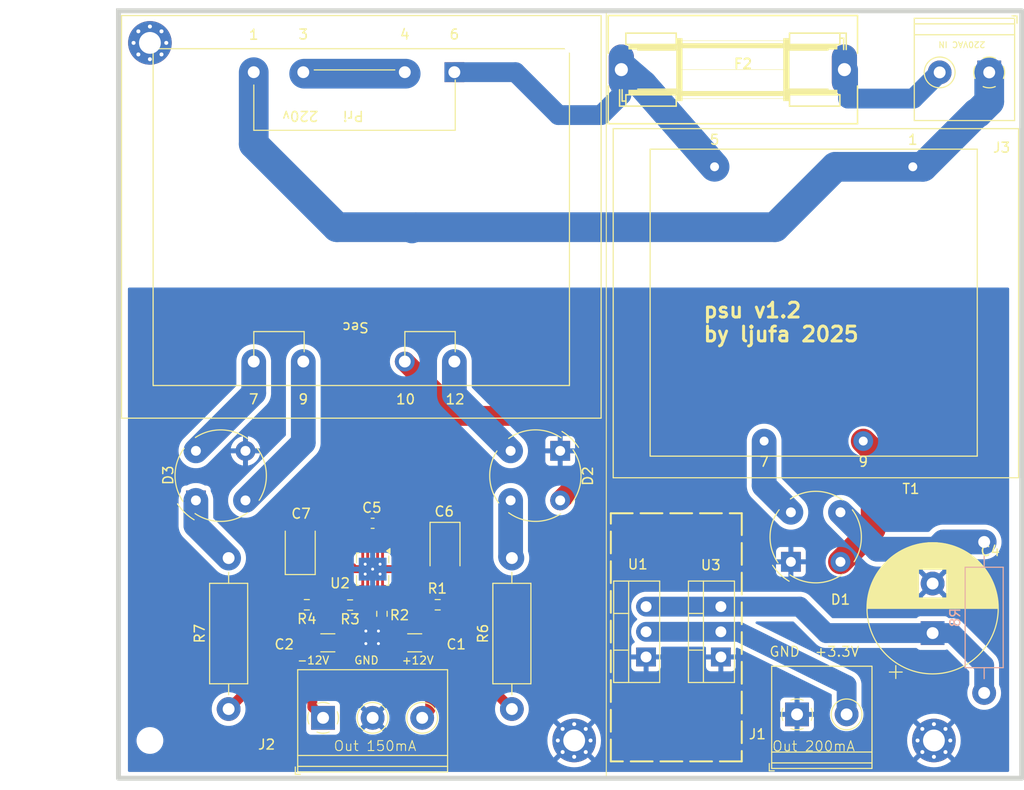
<source format=kicad_pcb>
(kicad_pcb (version 20240108) (generator "pcbnew") (generator_version "8.0")
  (layers (0 "F.Cu" signal) (31 "B.Cu" signal) (34 "B.Paste" user) (35 "F.Paste" user) (36 "B.SilkS" user "B.Silkscreen") (37 "F.SilkS" user "F.Silkscreen") (38 "B.Mask" user) (39 "F.Mask" user) (44 "Edge.Cuts" user))
  (net 0 "")
  (net 1 "GND")
  (net 2 "/+12V")
  (net 3 "/-12V")
  (net 4 "Net-(U1-VI)")
  (net 5 "Net-(D1-+)")
  (net 6 "Net-(U2-NR{slash}SS)")
  (net 7 "Net-(U2-EN)")
  (net 8 "Net-(D3--)")
  (net 9 "Net-(T1-SA)")
  (net 10 "Net-(D2-+)")
  (net 11 "Net-(D2-Pad2)")
  (net 12 "Net-(D2-Pad3)")
  (net 13 "Net-(D3-Pad2)")
  (net 14 "Net-(T1-SB)")
  (net 15 "/+3.3V")
  (net 16 "Net-(J3-Pin_1)")
  (net 17 "Net-(J3-Pin_2)")
  (net 18 "Net-(U2-FBP)")
  (net 19 "Net-(U2-BUF)")
  (net 20 "Net-(U2-FBN)")
  (net 21 "Net-(T2-Pad3)")
  (net 22 "Net-(U2-INN)")
  (net 23 "Net-(T1-AB)")
  (net 24 "Net-(D3-Pad3)")
  (footprint "Capacitor_SMD:C_1206_3216Metric_Pad1.33x1.80mm_HandSolder" (layer "F.Cu") (at 102.7176 91.74 180)
    (property "Reference" "C2" (at 4.398 -0.1572 0) (layer "F.SilkS"))
    (property "Value" "Value=22uF")
    (pad "1" smd roundrect (at -1.5625 0 180) (size 1.325 1.8) (layers "F.Cu" "F.Paste" "F.Mask") (roundrect_rratio 0.188679) (net 1 "GND"))
    (pad "2" smd roundrect (at 1.5625 0 180) (size 1.325 1.8) (layers "F.Cu" "F.Paste" "F.Mask") (roundrect_rratio 0.188679) (net 3 "/-12V"))
  )
  (footprint "MountingHole:MountingHole_2.2mm_M2" (layer "F.Cu") (at 84.77 101.6)
    (property "Reference" "H3" (hide yes))
    (property "Value" "MountingHole")
    (pad "" np_thru_hole circle (at 0 0) (size 2.2 2.2) (drill 2.2) (layers "*.Cu" "*.Mask"))
  )
  (footprint "MountingHole:MountingHole_2.2mm_M2_Pad_Via" (layer "F.Cu") (at 163.86 101.6)
    (property "Reference" "H1" (hide yes))
    (property "Value" "MountingHole_Pad")
    (pad "1" thru_hole circle (at -1.65 0) (size 0.7 0.7) (drill 0.4) (layers "*.Cu" "*.Mask") (net 1 "GND"))
    (pad "1" thru_hole circle (at -1.166726 -1.166726) (size 0.7 0.7) (drill 0.4) (layers "*.Cu" "*.Mask") (net 1 "GND"))
    (pad "1" thru_hole circle (at -1.166726 1.166726) (size 0.7 0.7) (drill 0.4) (layers "*.Cu" "*.Mask") (net 1 "GND"))
    (pad "1" thru_hole circle (at 0 -1.65) (size 0.7 0.7) (drill 0.4) (layers "*.Cu" "*.Mask") (net 1 "GND"))
    (pad "1" thru_hole circle (at 0 0) (size 4.4 4.4) (drill 2.2) (layers "*.Cu" "*.Mask") (net 1 "GND"))
    (pad "1" thru_hole circle (at 0 1.65) (size 0.7 0.7) (drill 0.4) (layers "*.Cu" "*.Mask") (net 1 "GND"))
    (pad "1" thru_hole circle (at 1.166726 -1.166726) (size 0.7 0.7) (drill 0.4) (layers "*.Cu" "*.Mask") (net 1 "GND"))
    (pad "1" thru_hole circle (at 1.166726 1.166726) (size 0.7 0.7) (drill 0.4) (layers "*.Cu" "*.Mask") (net 1 "GND"))
    (pad "1" thru_hole circle (at 1.65 0) (size 0.7 0.7) (drill 0.4) (layers "*.Cu" "*.Mask") (net 1 "GND"))
  )
  (footprint "MountingHole:MountingHole_2.2mm_M2_Pad_Via" (layer "F.Cu") (at 84.77 31.18)
    (property "Reference" "H4" (hide yes))
    (property "Value" "MountingHole")
    (pad "1" thru_hole circle (at -1.65 0) (size 0.7 0.7) (drill 0.4) (layers "*.Cu" "*.Mask"))
    (pad "1" thru_hole circle (at -1.166726 -1.166726) (size 0.7 0.7) (drill 0.4) (layers "*.Cu" "*.Mask"))
    (pad "1" thru_hole circle (at -1.166726 1.166726) (size 0.7 0.7) (drill 0.4) (layers "*.Cu" "*.Mask"))
    (pad "1" thru_hole circle (at 0 -1.65) (size 0.7 0.7) (drill 0.4) (layers "*.Cu" "*.Mask"))
    (pad "1" thru_hole circle (at 0 0) (size 4.4 4.4) (drill 2.2) (layers "*.Cu" "*.Mask"))
    (pad "1" thru_hole circle (at 0 1.65) (size 0.7 0.7) (drill 0.4) (layers "*.Cu" "*.Mask"))
    (pad "1" thru_hole circle (at 1.166726 -1.166726) (size 0.7 0.7) (drill 0.4) (layers "*.Cu" "*.Mask"))
    (pad "1" thru_hole circle (at 1.166726 1.166726) (size 0.7 0.7) (drill 0.4) (layers "*.Cu" "*.Mask"))
    (pad "1" thru_hole circle (at 1.65 0) (size 0.7 0.7) (drill 0.4) (layers "*.Cu" "*.Mask"))
  )
  (footprint "MyLibrary:diode_bridge_round" (layer "F.Cu") (at 89.408 77.3646 90)
    (property "Reference" "D3" (at 2.54 -2.794 90) (layer "F.SilkS"))
    (property "Value" "B80C3x00-2200A")
    (pad "1" thru_hole rect (at 0 0 90) (size 2 2) (drill 1) (layers "*.Cu" "*.Mask") (net 8 "Net-(D3--)"))
    (pad "2" thru_hole oval (at 5 0 90) (size 2 2) (drill 1) (layers "*.Cu" "*.Mask") (net 13 "Net-(D3-Pad2)"))
    (pad "3" thru_hole oval (at 0 5 90) (size 2 2) (drill 1) (layers "*.Cu" "*.Mask") (net 24 "Net-(D3-Pad3)"))
    (pad "4" thru_hole oval (at 5 5 90) (size 2 2) (drill 1) (layers "*.Cu" "*.Mask") (net 1 "GND"))
  )
  (footprint "Capacitor_SMD:C_0603_1608Metric_Pad1.08x0.95mm_HandSolder" (layer "F.Cu") (at 107.237159 79.675)
    (property "Reference" "C5" (at -0.08 -1.57 0) (layer "F.SilkS"))
    (property "Value" "Value=10nF")
    (pad "1" smd roundrect (at -0.8625 0) (size 1.075 0.95) (layers "F.Cu" "F.Paste" "F.Mask") (net 1 "GND"))
    (pad "2" smd roundrect (at 0.8625 0) (size 1.075 0.95) (layers "F.Cu" "F.Paste" "F.Mask") (net 6 "Net-(U2-NR{slash}SS)"))
  )
  (footprint "Package_TO_SOT_THT:TO-220-3_Vertical" (layer "F.Cu") (at 142.367 93.1672 90)
    (property "Reference" "U3" (at 9.271 -1.016 180) (layer "F.SilkS"))
    (property "Value" "LT3042-Breakout")
    (pad "1" thru_hole rect (at 0 0 90) (size 1.905 2) (drill 1.1) (layers "*.Cu" "*.Mask") (net 1 "GND"))
    (pad "2" thru_hole oval (at 2.54 0 90) (size 1.905 2) (drill 1.1) (layers "*.Cu" "*.Mask") (net 15 "/+3.3V"))
    (pad "3" thru_hole oval (at 5.08 0 90) (size 1.905 2) (drill 1.1) (layers "*.Cu" "*.Mask") (net 4 "Net-(U1-VI)"))
  )
  (footprint "MyLibrary:Transformer_Murata_PL10-28-130B" (layer "F.Cu") (at 105.41 50.165 180)
    (property "Reference" "T2" (hide yes))
    (property "Value" "Murata_PL10-28-130B")
    (fp_text user "Pri" (at -1.016 12.192 180) (layer "F.SilkS") (effects (justify left bottom)))
    (fp_text user "220v" (at 3.556 12.192 180) (layer "F.SilkS") (effects (justify left bottom)))
    (fp_text user "7" (at 10.1684 -16.9926 180) (layer "F.SilkS"))
    (fp_text user "6" (at -10.0716 19.8374 180) (layer "F.SilkS"))
    (fp_text user "Sec" (at -1.524 -9.144 180) (layer "F.SilkS") (effects (justify left bottom)))
    (fp_text user "10" (at -5.1516 -16.9926 180) (layer "F.SilkS"))
    (fp_text user "12" (at -10.1516 -16.9926 180) (layer "F.SilkS"))
    (fp_text user "3" (at 5.1684 19.8374 180) (layer "F.SilkS"))
    (fp_text user "4" (at -5.0716 19.8374 180) (layer "F.SilkS"))
    (fp_text user "9" (at 5.1684 -16.9926 180) (layer "F.SilkS"))
    (fp_text user "1" (at 10.1684 19.812 180) (layer "F.SilkS"))
    (pad "1" thru_hole circle (at 10.1684 16.0274 180) (size 2 2) (drill 1.2) (layers "*.Cu" "*.Mask") (net 16 "Net-(J3-Pin_1)"))
    (pad "3" thru_hole circle (at 5.1684 16.0274 180) (size 2 2) (drill 1.2) (layers "*.Cu" "*.Mask") (net 21 "Net-(T2-Pad3)"))
    (pad "4" thru_hole circle (at -5.0716 16.0274 180) (size 2 2) (drill 1.2) (layers "*.Cu" "*.Mask") (net 21 "Net-(T2-Pad3)"))
    (pad "6" thru_hole rect (at -10.0716 16.0274 180) (size 2 2) (drill 1.2) (layers "*.Cu" "*.Mask") (net 23 "Net-(T1-AB)"))
    (pad "7" thru_hole circle (at 10.1684 -13.1826 180) (size 2 2) (drill 1.2) (layers "*.Cu" "*.Mask") (net 13 "Net-(D3-Pad2)"))
    (pad "9" thru_hole circle (at 5.1684 -13.1826 180) (size 2 2) (drill 1.2) (layers "*.Cu" "*.Mask") (net 24 "Net-(D3-Pad3)"))
    (pad "10" thru_hole circle (at -5.0716 -13.1826 180) (size 2 2) (drill 1.2) (layers "*.Cu" "*.Mask") (net 11 "Net-(D2-Pad2)"))
    (pad "12" thru_hole circle (at -10.0716 -13.1826 180) (size 2 2) (drill 1.2) (layers "*.Cu" "*.Mask") (net 12 "Net-(D2-Pad3)"))
  )
  (footprint "Capacitor_Tantalum_SMD:CP_EIA-3528-21_Kemet-B_Pad1.50x2.35mm_HandSolder" (layer "F.Cu") (at 99.934672 82.215 90)
    (property "Reference" "C7" (at 3.51 0.08 0) (layer "F.SilkS"))
    (property "Value" "Value=33uF Rser=350m")
    (pad "1" smd roundrect (at -1.625 0 90) (size 1.5 2.35) (layers "F.Cu" "F.Paste" "F.Mask") (roundrect_rratio 0.166667) (net 1 "GND"))
    (pad "2" smd roundrect (at 1.625 0 90) (size 1.5 2.35) (layers "F.Cu" "F.Paste" "F.Mask") (roundrect_rratio 0.166667) (net 22 "Net-(U2-INN)"))
  )
  (footprint "Resistor_SMD:R_0603_1608Metric_Pad0.98x0.95mm_HandSolder" (layer "F.Cu") (at 108.175 88.8125 -90)
    (property "Reference" "R2" (at 0.1375 -1.775 180) (layer "F.SilkS"))
    (property "Value" "10k")
    (pad "1" smd roundrect (at -0.9125 0 270) (size 0.975 0.95) (layers "F.Cu" "F.Paste" "F.Mask") (net 18 "Net-(U2-FBP)"))
    (pad "2" smd roundrect (at 0.9125 0 270) (size 0.975 0.95) (layers "F.Cu" "F.Paste" "F.Mask") (net 1 "GND"))
  )
  (footprint "MountingHole:MountingHole_2.2mm_M2_Pad_Via" (layer "F.Cu") (at 127.57 101.6)
    (property "Reference" "H5" (hide yes))
    (property "Value" "MountingHole_Pad")
    (pad "1" thru_hole circle (at -1.65 0) (size 0.7 0.7) (drill 0.4) (layers "*.Cu" "*.Mask") (net 1 "GND"))
    (pad "1" thru_hole circle (at -1.166726 -1.166726) (size 0.7 0.7) (drill 0.4) (layers "*.Cu" "*.Mask") (net 1 "GND"))
    (pad "1" thru_hole circle (at -1.166726 1.166726) (size 0.7 0.7) (drill 0.4) (layers "*.Cu" "*.Mask") (net 1 "GND"))
    (pad "1" thru_hole circle (at 0 -1.65) (size 0.7 0.7) (drill 0.4) (layers "*.Cu" "*.Mask") (net 1 "GND"))
    (pad "1" thru_hole circle (at 0 0) (size 4.4 4.4) (drill 2.2) (layers "*.Cu" "*.Mask") (net 1 "GND"))
    (pad "1" thru_hole circle (at 0 1.65) (size 0.7 0.7) (drill 0.4) (layers "*.Cu" "*.Mask") (net 1 "GND"))
    (pad "1" thru_hole circle (at 1.166726 -1.166726) (size 0.7 0.7) (drill 0.4) (layers "*.Cu" "*.Mask") (net 1 "GND"))
    (pad "1" thru_hole circle (at 1.166726 1.166726) (size 0.7 0.7) (drill 0.4) (layers "*.Cu" "*.Mask") (net 1 "GND"))
    (pad "1" thru_hole circle (at 1.65 0) (size 0.7 0.7) (drill 0.4) (layers "*.Cu" "*.Mask") (net 1 "GND"))
  )
  (footprint "MyLibrary:Transformer_Breve_TEZ-35x42_crni_6v_3.va" (layer "F.Cu") (at 161.732 44.958 180)
    (property "Reference" "T1" (at 0.188 -31.242 0) (layer "F.SilkS"))
    (property "Value" "Transformer_1P_1S")
    (fp_text user "1" (at 0 4 0) (layer "F.SilkS"))
    (fp_text user "9" (at 5 -28.5 0) (layer "F.SilkS"))
    (fp_text user "7" (at 15 -28.5 0) (layer "F.SilkS"))
    (fp_text user "5" (at 20 4 0) (layer "F.SilkS"))
    (pad "1" thru_hole rect (at 0 1.27 180) (size 2 2) (drill 0.9) (layers "*.Cu" "*.Mask") (net 16 "Net-(J3-Pin_1)"))
    (pad "5" thru_hole circle (at 20 1.27 180) (size 2 2) (drill 0.9) (layers "*.Cu" "*.Mask") (net 23 "Net-(T1-AB)"))
    (pad "7" thru_hole circle (at 15 -26.416 180) (size 2 2) (drill 0.9) (layers "*.Cu" "*.Mask") (net 9 "Net-(T1-SA)"))
    (pad "9" thru_hole circle (at 5 -26.416 180) (size 2 2) (drill 0.9) (layers "*.Cu" "*.Mask") (net 14 "Net-(T1-SB)"))
  )
  (footprint "TerminalBlock_Philmore:TerminalBlock_Philmore_TB132_1x02_P5.00mm_Horizontal" (layer "F.Cu") (at 150.0524 98.9632)
    (property "Reference" "J1" (at -4.0024 2.0018 0) (layer "F.SilkS"))
    (property "Value" "DC Out")
    (pad "1" thru_hole rect (at 0 0) (size 2.4 2.4) (drill 1.2) (layers "*.Cu" "*.Mask") (net 1 "GND"))
    (pad "2" thru_hole circle (at 5 0) (size 2.4 2.4) (drill 1.2) (layers "*.Cu" "*.Mask") (net 15 "/+3.3V"))
  )
  (footprint "Resistor_SMD:R_0603_1608Metric_Pad0.98x0.95mm_HandSolder" (layer "F.Cu") (at 100.6 87.9 180)
    (property "Reference" "R4" (at 0 -1.43 180) (layer "F.SilkS"))
    (property "Value" "100k")
    (pad "1" smd roundrect (at -0.9125 0 180) (size 0.975 0.95) (layers "F.Cu" "F.Paste" "F.Mask") (net 20 "Net-(U2-FBN)"))
    (pad "2" smd roundrect (at 0.9125 0 180) (size 0.975 0.95) (layers "F.Cu" "F.Paste" "F.Mask") (net 3 "/-12V"))
  )
  (footprint "MountingHole:MountingHole_2.2mm_M2" (layer "F.Cu") (at 158.82 30.88)
    (property "Reference" "H2" (hide yes))
    (property "Value" "MountingHole")
    (pad "" np_thru_hole circle (at 0 0) (size 2.2 2.2) (drill 2.2) (layers "*.Cu" "*.Mask"))
  )
  (footprint "MountingHole:MountingHole_2.2mm_M2" (layer "F.Cu") (at 127.57 31.18)
    (property "Reference" "H6" (hide yes))
    (property "Value" "MountingHole")
    (pad "" np_thru_hole circle (at 0 0) (size 2.2 2.2) (drill 2.2) (layers "*.Cu" "*.Mask"))
  )
  (footprint "Package_SON:Texas_S-PVSON-N10_ThermalVias" (layer "F.Cu") (at 107.237159 84.305 -90)
    (property "Reference" "U2" (at 1.42 3.29 180) (layer "F.SilkS"))
    (property "Value" "TPS7A39")
    (pad "1" smd rect (at -1.76 -1 270) (size 0.28 0.28) (layers "F.Cu" "F.Paste" "F.Mask") (net 7 "Net-(U2-EN)"))
    (pad "1" smd oval (at -1.475 -1 270) (size 0.85 0.28) (layers "F.Cu" "F.Paste" "F.Mask") (net 7 "Net-(U2-EN)"))
    (pad "2" smd rect (at -1.76 -0.5 270) (size 0.28 0.28) (layers "F.Cu" "F.Paste" "F.Mask") (net 7 "Net-(U2-EN)"))
    (pad "2" smd oval (at -1.475 -0.5 270) (size 0.85 0.28) (layers "F.Cu" "F.Paste" "F.Mask") (net 7 "Net-(U2-EN)"))
    (pad "3" smd rect (at -1.76 0 270) (size 0.28 0.28) (layers "F.Cu" "F.Paste" "F.Mask") (net 6 "Net-(U2-NR{slash}SS)"))
    (pad "3" smd oval (at -1.475 0 270) (size 0.85 0.28) (layers "F.Cu" "F.Paste" "F.Mask") (net 6 "Net-(U2-NR{slash}SS)"))
    (pad "4" smd rect (at -1.76 0.5 270) (size 0.28 0.28) (layers "F.Cu" "F.Paste" "F.Mask") (net 1 "GND"))
    (pad "4" smd oval (at -1.475 0.5 270) (size 0.85 0.28) (layers "F.Cu" "F.Paste" "F.Mask") (net 1 "GND"))
    (pad "5" smd rect (at -1.76 1 270) (size 0.28 0.28) (layers "F.Cu" "F.Paste" "F.Mask") (net 22 "Net-(U2-INN)"))
    (pad "5" smd oval (at -1.475 1 270) (size 0.85 0.28) (layers "F.Cu" "F.Paste" "F.Mask") (net 22 "Net-(U2-INN)"))
    (pad "6" smd oval (at 1.475 1 270) (size 0.85 0.28) (layers "F.Cu" "F.Paste" "F.Mask") (net 3 "/-12V"))
    (pad "6" smd rect (at 1.76 1 270) (size 0.28 0.28) (layers "F.Cu" "F.Paste" "F.Mask") (net 3 "/-12V"))
    (pad "7" smd oval (at 1.475 0.5 270) (size 0.85 0.28) (layers "F.Cu" "F.Paste" "F.Mask") (net 20 "Net-(U2-FBN)"))
    (pad "7" smd rect (at 1.76 0.5 270) (size 0.28 0.28) (layers "F.Cu" "F.Paste" "F.Mask") (net 20 "Net-(U2-FBN)"))
    (pad "8" smd oval (at 1.475 0 270) (size 0.85 0.28) (layers "F.Cu" "F.Paste" "F.Mask") (net 19 "Net-(U2-BUF)"))
    (pad "8" smd rect (at 1.76 0 270) (size 0.28 0.28) (layers "F.Cu" "F.Paste" "F.Mask") (net 19 "Net-(U2-BUF)"))
    (pad "9" smd oval (at 1.475 -0.5 270) (size 0.85 0.28) (layers "F.Cu" "F.Paste" "F.Mask") (net 18 "Net-(U2-FBP)"))
    (pad "9" smd rect (at 1.76 -0.5 270) (size 0.28 0.28) (layers "F.Cu" "F.Paste" "F.Mask") (net 18 "Net-(U2-FBP)"))
    (pad "10" smd oval (at 1.475 -1 270) (size 0.85 0.28) (layers "F.Cu" "F.Paste" "F.Mask") (net 2 "/+12V"))
    (pad "10" smd rect (at 1.76 -1 270) (size 0.28 0.28) (layers "F.Cu" "F.Paste" "F.Mask") (net 2 "/+12V"))
    (pad "11" thru_hole circle (at -0.5 -0.75 270) (size 0.6 0.6) (drill 0.3) (layers "*.Cu" "*.Mask") (net 1 "GND"))
    (pad "11" thru_hole circle (at -0.5 0.75 270) (size 0.6 0.6) (drill 0.3) (layers "*.Cu" "*.Mask") (net 1 "GND"))
    (pad "11" smd rect (at -0.45 -0.635 270) (size 0.68 1.05) (layers "F.Cu" "F.Paste" "F.Mask") (net 1 "GND"))
    (pad "11" smd rect (at -0.45 0.635 270) (size 0.68 1.05) (layers "F.Cu" "F.Paste" "F.Mask") (net 1 "GND"))
    (pad "11" smd rect (at -0.25 -1.63 270) (size 0.26 0.5) (layers "F.Cu" "F.Paste" "F.Mask") (net 1 "GND"))
    (pad "11" smd rect (at -0.25 -1.55 270) (size 0.28 0.7) (layers "F.Cu" "F.Mask") (net 1 "GND"))
    (pad "11" smd rect (at -0.25 1.55 270) (size 0.28 0.7) (layers "F.Cu" "F.Mask") (net 1 "GND"))
    (pad "11" smd rect (at -0.25 1.63 270) (size 0.26 0.5) (layers "F.Cu" "F.Paste" "F.Mask") (net 1 "GND"))
    (pad "11" thru_hole circle (at 0 0 270) (size 0.6 0.6) (drill 0.3) (layers "*.Cu" "*.Mask") (net 1 "GND"))
    (pad "11" smd rect (at 0 0 270) (size 1.65 2.4) (layers "F.Cu" "F.Mask") (net 1 "GND"))
    (pad "11" smd rect (at 0 0 270) (size 2.3 2.8) (layers "B.Cu") (net 1 "GND"))
    (pad "11" smd rect (at 0.25 -1.63 270) (size 0.26 0.5) (layers "F.Cu" "F.Paste" "F.Mask") (net 1 "GND"))
    (pad "11" smd rect (at 0.25 -1.55 270) (size 0.28 0.7) (layers "F.Cu" "F.Mask") (net 1 "GND"))
    (pad "11" smd rect (at 0.25 1.55 270) (size 0.28 0.7) (layers "F.Cu" "F.Mask") (net 1 "GND"))
    (pad "11" smd rect (at 0.25 1.63 270) (size 0.26 0.5) (layers "F.Cu" "F.Paste" "F.Mask") (net 1 "GND"))
    (pad "11" smd rect (at 0.45 -0.635 270) (size 0.68 1.05) (layers "F.Cu" "F.Paste" "F.Mask") (net 1 "GND"))
    (pad "11" smd rect (at 0.45 0.635 270) (size 0.68 1.05) (layers "F.Cu" "F.Paste" "F.Mask") (net 1 "GND"))
    (pad "11" thru_hole circle (at 0.5 -0.75 270) (size 0.6 0.6) (drill 0.3) (layers "*.Cu" "*.Mask") (net 1 "GND"))
    (pad "11" thru_hole circle (at 0.5 0.75 270) (size 0.6 0.6) (drill 0.3) (layers "*.Cu" "*.Mask") (net 1 "GND"))
  )
  (footprint "MyLibrary:diode_bridge_round" (layer "F.Cu") (at 126.158 72.3646 -90)
    (property "Reference" "D2" (at 2.54 -2.794 90) (layer "F.SilkS"))
    (property "Value" "B80C3x00-2200A")
    (pad "1" thru_hole rect (at 0 0 270) (size 2 2) (drill 1) (layers "*.Cu" "*.Mask") (net 1 "GND"))
    (pad "2" thru_hole oval (at 5 0 270) (size 2 2) (drill 1) (layers "*.Cu" "*.Mask") (net 11 "Net-(D2-Pad2)"))
    (pad "3" thru_hole oval (at 0 5 270) (size 2 2) (drill 1) (layers "*.Cu" "*.Mask") (net 12 "Net-(D2-Pad3)"))
    (pad "4" thru_hole oval (at 5 5 270) (size 2 2) (drill 1) (layers "*.Cu" "*.Mask") (net 10 "Net-(D2-+)"))
  )
  (footprint "Capacitor_Tantalum_SMD:CP_EIA-3528-21_Kemet-B_Pad1.50x2.35mm_HandSolder" (layer "F.Cu") (at 114.539647 82.215 -90)
    (property "Reference" "C6" (at -3.729 0.08 180) (layer "F.SilkS"))
    (property "Value" "Value=33uF Rser=350m")
    (pad "1" smd roundrect (at -1.625 0 270) (size 1.5 2.35) (layers "F.Cu" "F.Paste" "F.Mask") (roundrect_rratio 0.166667) (net 7 "Net-(U2-EN)"))
    (pad "2" smd roundrect (at 1.625 0 270) (size 1.5 2.35) (layers "F.Cu" "F.Paste" "F.Mask") (roundrect_rratio 0.166667) (net 1 "GND"))
  )
  (footprint "TerminalBlock_Philmore:TerminalBlock_Philmore_TB133_1x03_P5.00mm_Horizontal" (layer "F.Cu") (at 102.237159 99.314)
    (property "Reference" "J2" (at -5.6972 2.6924 0) (layer "F.SilkS"))
    (property "Value" "Conn_01x03")
    (pad "1" thru_hole rect (at 0 0) (size 2.4 2.4) (drill 1.2) (layers "*.Cu" "*.Mask") (net 3 "/-12V"))
    (pad "2" thru_hole circle (at 5 0) (size 2.4 2.4) (drill 1.2) (layers "*.Cu" "*.Mask") (net 1 "GND"))
    (pad "3" thru_hole circle (at 10 0) (size 2.4 2.4) (drill 1.2) (layers "*.Cu" "*.Mask") (net 2 "/+12V"))
  )
  (footprint "Resistor_SMD:R_0603_1608Metric_Pad0.98x0.95mm_HandSolder" (layer "F.Cu") (at 104.9625 87.93 180)
    (property "Reference" "R3" (at 0 -1.43 180) (layer "F.SilkS"))
    (property "Value" "10k")
    (pad "1" smd roundrect (at -0.9125 0 180) (size 0.975 0.95) (layers "F.Cu" "F.Paste" "F.Mask") (net 19 "Net-(U2-BUF)"))
    (pad "2" smd roundrect (at 0.9125 0 180) (size 0.975 0.95) (layers "F.Cu" "F.Paste" "F.Mask") (net 20 "Net-(U2-FBN)"))
  )
  (footprint "MyLibrary:diode_bridge_round" (layer "F.Cu") (at 149.432 83.566 90)
    (property "Reference" "D1" (at -3.81 5 180) (layer "F.SilkS"))
    (property "Value" "B80C3x00-2200A")
    (pad "1" thru_hole rect (at 0 0 90) (size 2 2) (drill 1) (layers "*.Cu" "*.Mask") (net 1 "GND"))
    (pad "2" thru_hole oval (at 5 0 90) (size 2 2) (drill 1) (layers "*.Cu" "*.Mask") (net 9 "Net-(T1-SA)"))
    (pad "3" thru_hole oval (at 0 5 90) (size 2 2) (drill 1) (layers "*.Cu" "*.Mask") (net 14 "Net-(T1-SB)"))
    (pad "4" thru_hole oval (at 5 5 90) (size 2 2) (drill 1) (layers "*.Cu" "*.Mask") (net 5 "Net-(D1-+)"))
  )
  (footprint "Resistor_THT:R_Axial_DIN0411_L9.9mm_D3.6mm_P15.24mm_Horizontal" (layer "F.Cu") (at 121.285 98.425 90)
    (property "Reference" "R6" (at 7.62 -2.92 90) (layer "F.SilkS"))
    (property "Value" "R")
    (pad "1" thru_hole circle (at 0 0 90) (size 2.4 2.4) (drill 1.2) (layers "*.Cu" "*.Mask") (net 7 "Net-(U2-EN)"))
    (pad "2" thru_hole oval (at 15.24 0 90) (size 2.4 2.4) (drill 1.2) (layers "*.Cu" "*.Mask") (net 10 "Net-(D2-+)"))
  )
  (footprint "TerminalBlock_Philmore:TerminalBlock_Philmore_TB132_1x02_P5.00mm_Horizontal" (layer "F.Cu") (at 169.44 34.16 180)
    (property "Reference" "J3" (at -1.25 -7.59 180) (layer "F.SilkS"))
    (property "Value" "DC Out")
    (pad "1" thru_hole rect (at 0 0 180) (size 2.4 2.4) (drill 1.2) (layers "*.Cu" "*.Mask") (net 16 "Net-(J3-Pin_1)"))
    (pad "2" thru_hole circle (at 5 0 180) (size 2.4 2.4) (drill 1.2) (layers "*.Cu" "*.Mask") (net 17 "Net-(J3-Pin_2)"))
  )
  (footprint "Resistor_SMD:R_0603_1608Metric_Pad0.98x0.95mm_HandSolder" (layer "F.Cu") (at 113.8 87.9 180)
    (property "Reference" "R1" (at 0.04 1.64 180) (layer "F.SilkS"))
    (property "Value" "90.9K")
    (pad "1" smd roundrect (at -0.9125 0 180) (size 0.975 0.95) (layers "F.Cu" "F.Paste" "F.Mask") (net 2 "/+12V"))
    (pad "2" smd roundrect (at 0.9125 0 180) (size 0.975 0.95) (layers "F.Cu" "F.Paste" "F.Mask") (net 18 "Net-(U2-FBP)"))
  )
  (footprint "Capacitor_THT:CP_Radial_D13.0mm_P5.00mm" (layer "F.Cu") (at 163.7284 90.758016 90)
    (property "Reference" "C4" (at 8.2804 5.8166 180) (layer "F.SilkS"))
    (property "Value" "2200uF/40v")
    (pad "1" thru_hole rect (at 0 0 90) (size 2.4 2.4) (drill 1.2) (layers "*.Cu" "*.Mask") (net 4 "Net-(U1-VI)"))
    (pad "2" thru_hole circle (at 5 0 90) (size 2.4 2.4) (drill 1.2) (layers "*.Cu" "*.Mask") (net 1 "GND"))
  )
  (footprint "MyLibrary:SH22,5A" (layer "F.Cu") (at 143.58 33.88)
    (property "Reference" "F2" (at 0 0 0) (layer "F.SilkS") (effects (font (thickness 0.1778)) (justify left bottom)))
    (property "Value" "Fuse")
    (pad "1" thru_hole oval (at -11.2522 0 90) (size 5.08 2.54) (drill 1.3208) (layers "*.Cu" "*.Mask") (net 23 "Net-(T1-AB)"))
    (pad "2" thru_hole oval (at 11.2522 0 90) (size 5.08 2.54) (drill 1.3208) (layers "*.Cu" "*.Mask") (net 17 "Net-(J3-Pin_2)"))
  )
  (footprint "Capacitor_SMD:C_1206_3216Metric_Pad1.33x1.80mm_HandSolder" (layer "F.Cu") (at 111.480585 91.74)
    (property "Reference" "C1" (at 4.1872 0.1572 0) (layer "F.SilkS"))
    (property "Value" "Value=22uF")
    (pad "1" smd roundrect (at -1.5625 0) (size 1.325 1.8) (layers "F.Cu" "F.Paste" "F.Mask") (roundrect_rratio 0.188679) (net 1 "GND"))
    (pad "2" smd roundrect (at 1.5625 0) (size 1.325 1.8) (layers "F.Cu" "F.Paste" "F.Mask") (roundrect_rratio 0.188679) (net 2 "/+12V"))
  )
  (footprint "Package_TO_SOT_THT:TO-220-3_Vertical" (layer "F.Cu") (at 134.8232 93.1672 90)
    (property "Reference" "U1" (at 9.3472 -0.8382 180) (layer "F.SilkS"))
    (property "Value" "LT3042-Breakout")
    (pad "1" thru_hole rect (at 0 0 90) (size 1.905 2) (drill 1.1) (layers "*.Cu" "*.Mask") (net 1 "GND"))
    (pad "2" thru_hole oval (at 2.54 0 90) (size 1.905 2) (drill 1.1) (layers "*.Cu" "*.Mask") (net 15 "/+3.3V"))
    (pad "3" thru_hole oval (at 5.08 0 90) (size 1.905 2) (drill 1.1) (layers "*.Cu" "*.Mask") (net 4 "Net-(U1-VI)"))
  )
  (footprint "Resistor_THT:R_Axial_DIN0411_L9.9mm_D3.6mm_P15.24mm_Horizontal" (layer "F.Cu") (at 92.71 98.425 90)
    (property "Reference" "R7" (at 7.62 -2.92 90) (layer "F.SilkS"))
    (property "Value" "R")
    (pad "1" thru_hole circle (at 0 0 90) (size 2.4 2.4) (drill 1.2) (layers "*.Cu" "*.Mask") (net 22 "Net-(U2-INN)"))
    (pad "2" thru_hole oval (at 15.24 0 90) (size 2.4 2.4) (drill 1.2) (layers "*.Cu" "*.Mask") (net 8 "Net-(D3--)"))
  )
  (footprint "Resistor_THT:R_Axial_DIN0411_L9.9mm_D3.6mm_P15.24mm_Horizontal" (layer "B.Cu") (at 168.93 81.56 -90)
    (property "Reference" "R8" (at 7.62 2.92 90) (layer "B.SilkS") (effects (justify mirror)))
    (property "Value" "2.2")
    (pad "1" thru_hole circle (at 0 0 270) (size 2.4 2.4) (drill 1.2) (layers "*.Cu" "*.Mask") (net 5 "Net-(D1-+)"))
    (pad "2" thru_hole oval (at 15.24 0 270) (size 2.4 2.4) (drill 1.2) (layers "*.Cu" "*.Mask") (net 4 "Net-(U1-VI)"))
  )
  (gr_line (start 130.81 28.194) (end 130.81 105.5116) (stroke (width 0.1)) (layer "F.SilkS"))
  (gr_rect (start 131.2672 78.6638) (end 144.4752 103.7082) (stroke (width 0.2) (type dash)) (fill none) (layer "F.SilkS"))
  (gr_rect (start 81.5975 27.94) (end 172.72 105.41) (stroke (width 0.5)) (fill none) (layer "Edge.Cuts"))
  (gr_text "GND" (at 105.31469 93.98 0) (layer "F.SilkS") (effects (font (size 0.8 0.8) (thickness 0.125)) (justify left bottom)))
  (gr_text "psu v1.2\nby ljufa 2025" (at 140.462 61.468 0) (layer "F.SilkS") (effects (font (size 1.5 1.5) (thickness 0.3) (bold yes)) (justify left bottom)))
  (gr_text "-12V" (at 99.568 93.98 0) (layer "F.SilkS") (effects (font (size 0.8 0.8) (thickness 0.125)) (justify left bottom)))
  (gr_text "+12V" (at 110.109 93.98 0) (layer "F.SilkS") (effects (font (size 0.8 0.8) (thickness 0.125)) (justify left bottom)))
  (gr_text "Out 150mA" (at 103.251 102.743 0) (layer "F.SilkS") (effects (font (size 1 1) (thickness 0.1)) (justify left bottom)))
  (gr_text "220VAC IN" (at 169.1 30.99 180) (layer "F.SilkS") (effects (font (size 0.6 0.6) (thickness 0.1)) (justify left bottom)))
  (gr_text "GND" (at 147.193 93.218 0) (layer "F.SilkS") (effects (font (size 1 1) (thickness 0.125)) (justify left bottom)))
  (gr_text "+3.3V" (at 151.765 93.218 0) (layer "F.SilkS") (effects (font (size 1 1) (thickness 0.125)) (justify left bottom)))
  (gr_text "Out 200mA" (at 147.4924 102.7632 0) (layer "F.SilkS") (effects (font (size 1 1) (thickness 0.1)) (justify left bottom)))
  (segment (start 100.307717 84.055) (end 100.092717 83.84) (width 0.2) (layer "F.Cu") (net 1))
  (segment (start 106.737159 83.72) (end 106.602159 83.855) (width 0.2) (layer "F.Cu") (net 1))
  (segment (start 108.787159 84.055) (end 114.324647 84.055) (width 0.2) (layer "F.Cu") (net 1))
  (segment (start 106.737159 82.83) (end 106.737159 83.72) (width 0.2) (layer "F.Cu") (net 1))
  (segment (start 100.649672 84.555) (end 99.934672 83.84) (width 0.2) (layer "F.Cu") (net 1))
  (segment (start 105.607159 84.555) (end 100.649672 84.555) (width 0.2) (layer "F.Cu") (net 1))
  (segment (start 108.867159 84.555) (end 113.824647 84.555) (width 0.2) (layer "F.Cu") (net 1))
  (segment (start 114.324647 84.055) (end 114.539647 83.84) (width 0.2) (layer "F.Cu") (net 1))
  (segment (start 106.374659 79.675) (end 106.737159 80.0375) (width 0.2) (layer "F.Cu") (net 1))
  (segment (start 114.166602 84.055) (end 114.381602 83.84) (width 0.2) (layer "F.Cu") (net 1))
  (segment (start 109.713687 91.74) (end 109.805987 91.74) (width 0.2) (layer "F.Cu") (net 1))
  (segment (start 113.824647 84.555) (end 114.539647 83.84) (width 0.2) (layer "F.Cu") (net 1))
  (segment (start 106.737159 80.0375) (end 106.737159 82.545) (width 0.2) (layer "F.Cu") (net 1))
  (segment (start 99.934672 83.84) (end 105.392159 83.84) (width 0.2) (layer "F.Cu") (net 1))
  (segment (start 105.392159 83.84) (end 105.607159 84.055) (width 0.2) (layer "F.Cu") (net 1))
  (via (at 107.823 90.551) (size 0.6) (drill 0.3) (layers "F.Cu" "B.Cu") (net 1))
  (via (at 106.553 91.821) (size 0.6) (drill 0.3) (layers "F.Cu" "B.Cu") (net 1))
  (via (at 106.553 90.551) (size 0.6) (drill 0.3) (layers "F.Cu" "B.Cu") (net 1))
  (via (at 107.823 91.821) (size 0.6) (drill 0.3) (layers "F.Cu" "B.Cu") (net 1))
  (segment (start 114.27 86.195) (end 114.75 86.675) (width 0.6) (layer "F.Cu") (net 2))
  (segment (start 113.043085 98.508074) (end 112.237159 99.314) (width 1) (layer "F.Cu") (net 2))
  (segment (start 113.043085 91.74) (end 113.043085 98.508074) (width 1) (layer "F.Cu") (net 2))
  (segment (start 113.383172 91.3975) (end 113.040672 91.74) (width 0.2) (layer "F.Cu") (net 2))
  (segment (start 114.75 90.033085) (end 113.043085 91.74) (width 0.6) (layer "F.Cu") (net 2))
  (segment (start 109.325 86.175) (end 114.27 86.195) (width 0.6) (layer "F.Cu") (net 2))
  (segment (start 114.75 86.675) (end 114.75 90.033085) (width 0.6) (layer "F.Cu") (net 2))
  (segment (start 108.4 86.1) (end 109.325 86.175) (width 0.4) (layer "F.Cu") (net 2))
  (segment (start 99.6875 90.2724) (end 101.1551 91.74) (width 0.6) (layer "F.Cu") (net 3))
  (segment (start 106.07 86.1) (end 105.225 86.225) (width 0.4) (layer "F.Cu") (net 3))
  (segment (start 99.6875 87.9) (end 99.6875 90.2724) (width 0.6) (layer "F.Cu") (net 3))
  (segment (start 100.072841 86.202159) (end 99.6875 86.5875) (width 0.6) (layer "F.Cu") (net 3))
  (segment (start 105.225 86.225) (end 100.072841 86.2) (width 0.6) (layer "F.Cu") (net 3))
  (segment (start 101.1551 91.74) (end 101.1551 98.231941) (width 1) (layer "F.Cu") (net 3))
  (segment (start 101.1551 98.231941) (end 102.237159 99.314) (width 1) (layer "F.Cu") (net 3))
  (segment (start 99.6875 86.5875) (end 99.6875 87.9) (width 0.6) (layer "F.Cu") (net 3))
  (segment (start 100.825602 91.3975) (end 101.168102 91.74) (width 0.2) (layer "F.Cu") (net 3))
  (segment (start 152.988016 90.758016) (end 150.3172 88.0872) (width 2) (layer "B.Cu") (net 4))
  (segment (start 163.7284 90.758016) (end 152.988016 90.758016) (width 2) (layer "B.Cu") (net 4))
  (segment (start 165.688016 90.758016) (end 168.93 94) (width 2) (layer "B.Cu") (net 4))
  (segment (start 150.3172 88.0872) (end 134.8232 88.0872) (width 2) (layer "B.Cu") (net 4))
  (segment (start 163.7284 90.758016) (end 165.688016 90.758016) (width 2) (layer "B.Cu") (net 4))
  (segment (start 168.93 94) (end 168.93 96.8) (width 2) (layer "B.Cu") (net 4))
  (segment (start 164.084 82.296) (end 158.162 82.296) (width 2.5) (layer "B.Cu") (net 5))
  (segment (start 164.82 81.56) (end 168.93 81.56) (width 2.5) (layer "B.Cu") (net 5))
  (segment (start 158.162 82.296) (end 154.432 78.566) (width 2.5) (layer "B.Cu") (net 5))
  (segment (start 164.084 82.296) (end 164.82 81.56) (width 2.5) (layer "B.Cu") (net 5))
  (segment (start 108.099659 79.675) (end 107.237159 80.5375) (width 0.2) (layer "F.Cu") (net 6))
  (segment (start 107.237159 80.5375) (end 107.237159 82.545) (width 0.2) (layer "F.Cu") (net 6))
  (segment (start 116.09 80.58) (end 117.56 80.58) (width 1) (layer "F.Cu") (net 7))
  (segment (start 114.539647 80.59) (end 116.08 80.59) (width 1) (layer "F.Cu") (net 7))
  (segment (start 116.08 80.59) (end 116.09 80.58) (width 1) (layer "F.Cu") (net 7))
  (segment (start 117.56 80.58) (end 117.56 94.7) (width 1) (layer "F.Cu") (net 7))
  (segment (start 110.192159 80.59) (end 108.05 82.17) (width 0.8) (layer "F.Cu") (net 7))
  (segment (start 114.539647 80.59) (end 110.192159 80.59) (width 1) (layer "F.Cu") (net 7))
  (segment (start 117.56 94.7) (end 121.285 98.425) (width 1) (layer "F.Cu") (net 7))
  (segment (start 89.408 79.883) (end 92.71 83.185) (width 2.5) (layer "B.Cu") (net 8))
  (segment (start 89.408 77.3646) (end 89.408 79.883) (width 2.5) (layer "B.Cu") (net 8))
  (segment (start 146.732 71.374) (end 146.732 75.866) (width 2.5) (layer "B.Cu") (net 9))
  (segment (start 146.732 75.866) (end 149.432 78.566) (width 2.5) (layer "B.Cu") (net 9))
  (segment (start 121.158 83.058) (end 121.285 83.185) (width 2.5) (layer "B.Cu") (net 10))
  (segment (start 121.158 77.3646) (end 121.158 83.058) (width 2.5) (layer "B.Cu") (net 10))
  (segment (start 129.286 74.2366) (end 126.158 77.3646) (width 2) (layer "F.Cu") (net 11))
  (segment (start 110.4816 63.3476) (end 115.968 68.834) (width 2) (layer "F.Cu") (net 11))
  (segment (start 129.286 70.5926) (end 129.286 74.2366) (width 2) (layer "F.Cu") (net 11))
  (segment (start 127.5274 68.834) (end 129.286 70.5926) (width 2) (layer "F.Cu") (net 11))
  (segment (start 115.968 68.834) (end 127.5274 68.834) (width 2) (layer "F.Cu") (net 11))
  (segment (start 115.4816 66.6882) (end 121.158 72.3646) (width 2.5) (layer "B.Cu") (net 12))
  (segment (start 115.4816 63.3476) (end 115.4816 66.6882) (width 2.5) (layer "B.Cu") (net 12))
  (segment (start 95.2416 63.3476) (end 95.2416 66.531) (width 2.5) (layer "B.Cu") (net 13))
  (segment (start 95.2416 66.531) (end 89.408 72.3646) (width 2.5) (layer "B.Cu") (net 13))
  (segment (start 157.732 80.266) (end 154.432 83.566) (width 2.5) (layer "F.Cu") (net 14))
  (segment (start 157.732 72.374) (end 157.732 80.266) (width 2.5) (layer "F.Cu") (net 14))
  (segment (start 156.732 71.374) (end 157.732 72.374) (width 2.5) (layer "F.Cu") (net 14))
  (segment (start 155.0524 95.9974) (end 144.1704 90.6272) (width 2) (layer "B.Cu") (net 15))
  (segment (start 155.0524 98.9632) (end 155.0524 95.9974) (width 2) (layer "B.Cu") (net 15))
  (segment (start 144.1704 90.6272) (end 134.8232 90.6272) (width 2) (layer "B.Cu") (net 15))
  (segment (start 103.632 49.784) (end 95.2416 41.3936) (width 3) (layer "B.Cu") (net 16))
  (segment (start 111.586 49.784) (end 103.632 49.784) (width 3) (layer "B.Cu") (net 16))
  (segment (start 153.924 43.688) (end 147.828 49.784) (width 3) (layer "B.Cu") (net 16))
  (segment (start 95.2416 41.3936) (end 95.2416 34.1376) (width 3) (layer "B.Cu") (net 16))
  (segment (start 168.2736 38.2664) (end 169.44 37.1) (width 3) (layer "B.Cu") (net 16))
  (segment (start 162.748 43.688) (end 153.924 43.688) (width 3) (layer "B.Cu") (net 16))
  (segment (start 169.44 37.1) (end 169.44 34.16) (width 3) (layer "B.Cu") (net 16))
  (segment (start 168.1696 38.2664) (end 162.748 43.688) (width 3) (layer "B.Cu") (net 16))
  (segment (start 147.828 49.784) (end 111.586 49.784) (width 3) (layer "B.Cu") (net 16))
  (segment (start 111.586 49.784) (end 111.205 50.165) (width 2.5) (layer "B.Cu") (net 16))
  (segment (start 168.1696 38.2664) (end 168.2736 38.2664) (width 3) (layer "B.Cu") (net 16))
  (segment (start 161.7978 36.8022) (end 164.44 34.16) (width 2) (layer "B.Cu") (net 17))
  (segment (start 155.2022 36.8022) (end 161.7978 36.8022) (width 2) (layer "B.Cu") (net 17))
  (segment (start 155.2022 33.88) (end 155.2022 36.8022) (width 2) (layer "B.Cu") (net 17))
  (segment (start 110.325 87.925) (end 112.8625 87.925) (width 0.6) (layer "F.Cu") (net 18))
  (segment (start 108.175 87.9) (end 110.3 87.9) (width 0.6) (layer "F.Cu") (net 18))
  (segment (start 112.8625 87.925) (end 112.8875 87.9) (width 0.2) (layer "F.Cu") (net 18))
  (segment (start 107.737159 87.462159) (end 107.737159 86.065) (width 0.3) (layer "F.Cu") (net 18))
  (segment (start 110.260295 87.93) (end 110.155 87.93) (width 0.2) (layer "F.Cu") (net 18))
  (segment (start 110.3 87.9) (end 110.325 87.925) (width 0.2) (layer "F.Cu") (net 18))
  (segment (start 108.175 87.9) (end 107.737159 87.462159) (width 0.3) (layer "F.Cu") (net 18))
  (segment (start 107.237159 86.567841) (end 105.875 87.93) (width 0.2) (layer "F.Cu") (net 19))
  (segment (start 107.237159 86.065) (end 107.237159 86.567841) (width 0.2) (layer "F.Cu") (net 19))
  (segment (start 106.098528 87.05) (end 104.93 87.05) (width 0.3) (layer "F.Cu") (net 20))
  (segment (start 104.0045 87.9506) (end 104.0251 87.93) (width 0.2) (layer "F.Cu") (net 20))
  (segment (start 104.93 87.05) (end 104.05 87.93) (width 0.3) (layer "F.Cu") (net 20))
  (segment (start 101.5425 87.93) (end 101.5125 87.9) (width 0.2) (layer "F.Cu") (net 20))
  (segment (start 106.737159 86.411369) (end 106.098528 87.05) (width 0.2) (layer "F.Cu") (net 20))
  (segment (start 106.737159 86.065) (end 106.737159 86.411369) (width 0.2) (layer "F.Cu") (net 20))
  (segment (start 104.05 87.93) (end 101.5425 87.93) (width 0.4) (layer "F.Cu") (net 20))
  (segment (start 100.33 34.29) (end 110.57 34.29) (width 3) (layer "B.Cu") (net 21))
  (segment (start 105.98 82.17) (end 106.237159 82.117159) (width 0.3) (layer "F.Cu") (net 22))
  (segment (start 96.575 80.59) (end 96.575 94.56) (width 1) (layer "F.Cu") (net 22))
  (segment (start 103.942159 80.59) (end 105.98 82.17) (width 0.8) (layer "F.Cu") (net 22))
  (segment (start 96.575 94.56) (end 92.71 98.425) (width 1) (layer "F.Cu") (net 22))
  (segment (start 99.934672 80.59) (end 96.575 80.59) (width 1) (layer "F.Cu") (net 22))
  (segment (start 106.237159 82.117159) (end 106.237159 82.545) (width 0.3) (layer "F.Cu") (net 22))
  (segment (start 99.934672 80.59) (end 103.942159 80.59) (width 1) (layer "F.Cu") (net 22))
  (segment (start 141.732 43.688) (end 134.493 35.433) (width 3) (layer "B.Cu") (net 23))
  (segment (start 130.29 38.47) (end 132.3278 36.4322) (width 2) (layer "B.Cu") (net 23))
  (segment (start 121.6476 34.1376) (end 125.98 38.47) (width 2) (layer "B.Cu") (net 23))
  (segment (start 125.98 38.47) (end 130.29 38.47) (width 2) (layer "B.Cu") (net 23))
  (segment (start 134.493 35.433) (end 132.6978 33.88) (width 3) (layer "B.Cu") (net 23))
  (segment (start 132.3278 36.4322) (end 132.3278 33.88) (width 2) (layer "B.Cu") (net 23))
  (segment (start 115.4816 34.1376) (end 121.6476 34.1376) (width 2) (layer "B.Cu") (net 23))
  (segment (start 100.2416 71.531) (end 94.408 77.3646) (width 2.5) (layer "B.Cu") (net 24))
  (segment (start 100.2416 63.3476) (end 100.2416 71.531) (width 2.5) (layer "B.Cu") (net 24))
  (zone (net 1) (net_name "GND") (layer "F.Cu") (connect_pads (clearance 0.5)) (min_thickness 0.25) (fill yes (thermal_gap 0.5) (thermal_bridge_width 0.5))
    (polygon (pts (xy 104.8004 89.6366) (xy 109.4232 89.6366) (xy 109.4232 92.5576) (xy 104.8004 92.5576)))
  )
  (zone (net 1) (net_name "GND") (layer "B.Cu") (connect_pads (clearance 0.5)) (min_thickness 0.25) (fill yes (thermal_gap 0.5) (thermal_bridge_width 0.5))
    (polygon (pts (xy 82.55 55.88) (xy 97.2566 55.88) (xy 130.175 55.88) (xy 162.56 55.88) (xy 171.45 55.88) (xy 171.45 76.2762) (xy 171.45 104.775) (xy 82.55 104.775) (xy 82.55 68.58)))
  )
)
</source>
